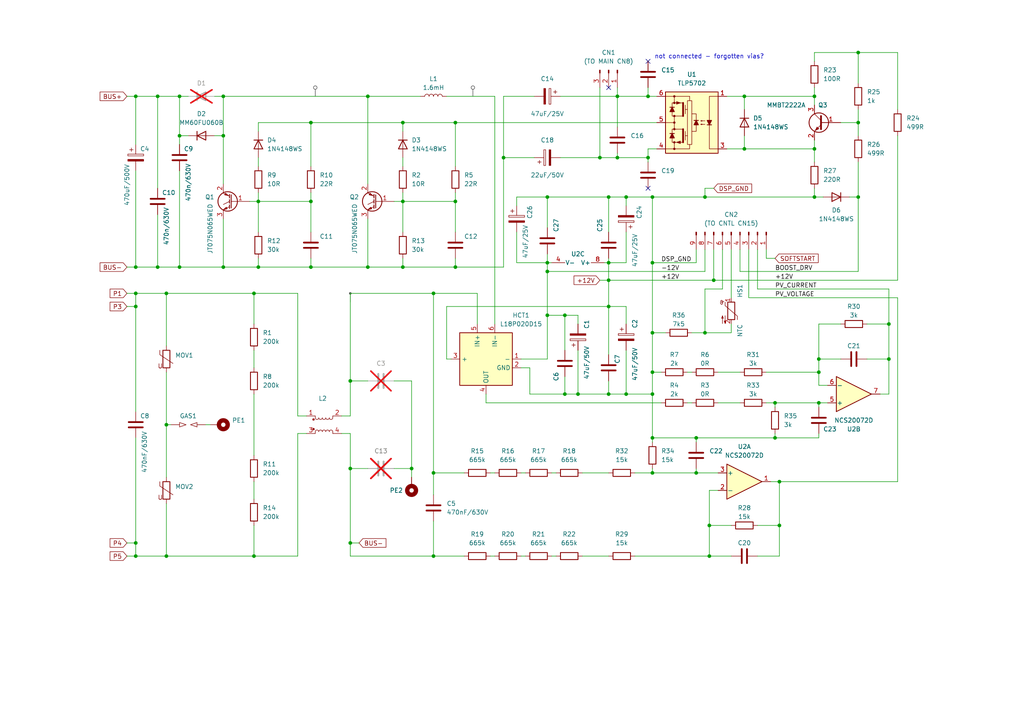
<source format=kicad_sch>
(kicad_sch (version 20250114) (generator "eeschema") (generator_version "9.0")
  (paper "A4")
  (title_block (title "Anern 10.2kW inverter - SCC board (1/2)") (comment 1 "Part of board no. 156-050113-00G(B)") (comment 2 "PV boost circuit"))
  (lib_symbols
    (symbol "Amplifier_Operational:NCS20072D" (pin_names (offset 0.127))
      (property "Reference" "U" (at 2.54 6.35 0))
      (property "Value" "NCS20072D" (at 2.54 3.81 0))
      (symbol "NCS20072D_1_1"
        (pin input line (at -7.62 2.54 0) (length 2.54) (name "+") (number "3"))
        (pin input line (at -7.62 -2.54 0) (length 2.54) (name "-") (number "2"))
        (pin output line (at 7.62 0 180) (length 2.54) (name "~") (number "1"))
      )
      (symbol "NCS20072D_2_1"
        (pin input line (at -7.62 2.54 0) (length 2.54) (name "+") (number "5"))
        (pin input line (at -7.62 -2.54 0) (length 2.54) (name "-") (number "6"))
        (pin output line (at 7.62 0 180) (length 2.54) (name "~") (number "7"))
      )
      (symbol "NCS20072D_3_1"
        (pin power_in line (at 0 7.62 270) (length 3.81) (name "V+") (number "8"))
        (pin power_in line (at 0 -7.62 90) (length 3.81) (name "V-") (number "4"))
      )
    )
    (symbol "Connector:Conn_01x03_Pin" (pin_names (offset 1.016) (hide yes))
      (property "Reference" "J" (at 0 5.08 0))
      (property "Value" "Conn_01x03_Pin" (at 0 -5.08 0))
      (symbol "Conn_01x03_Pin_1_1"
        (pin passive line (at 5.08 2.54 180) (length 3.81) (name "Pin_1") (number "1"))
        (pin passive line (at 5.08 0 180) (length 3.81) (name "Pin_2") (number "2"))
        (pin passive line (at 5.08 -2.54 180) (length 3.81) (name "Pin_3") (number "3"))
      )
    )
    (symbol "Connector:Conn_01x09_Pin" (pin_names (offset 1.016) (hide yes))
      (property "Reference" "J" (at 0 12.7 0))
      (property "Value" "Conn_01x09_Pin" (at 0 -12.7 0))
      (symbol "Conn_01x09_Pin_1_1"
        (pin passive line (at 5.08 10.16 180) (length 3.81) (name "Pin_1") (number "1"))
        (pin passive line (at 5.08 7.62 180) (length 3.81) (name "Pin_2") (number "2"))
        (pin passive line (at 5.08 5.08 180) (length 3.81) (name "Pin_3") (number "3"))
        (pin passive line (at 5.08 2.54 180) (length 3.81) (name "Pin_4") (number "4"))
        (pin passive line (at 5.08 0 180) (length 3.81) (name "Pin_5") (number "5"))
        (pin passive line (at 5.08 -2.54 180) (length 3.81) (name "Pin_6") (number "6"))
        (pin passive line (at 5.08 -5.08 180) (length 3.81) (name "Pin_7") (number "7"))
        (pin passive line (at 5.08 -7.62 180) (length 3.81) (name "Pin_8") (number "8"))
        (pin passive line (at 5.08 -10.16 180) (length 3.81) (name "Pin_9") (number "9"))
      )
    )
    (symbol "Device:C" (pin_numbers (hide yes)) (pin_names (offset 0.254))
      (property "Reference" "C" (at 0.635 2.54 0))
      (property "Value" "C" (at 0.635 -2.54 0))
      (symbol "C_1_1"
        (pin passive line (at 0 3.81 270) (length 2.794) (name "~") (number "1"))
        (pin passive line (at 0 -3.81 90) (length 2.794) (name "~") (number "2"))
      )
    )
    (symbol "Device:C_Polarized" (pin_numbers (hide yes)) (pin_names (offset 0.254))
      (property "Reference" "C" (at 0.635 2.54 0))
      (property "Value" "C_Polarized" (at 0.635 -2.54 0))
      (symbol "C_Polarized_1_1"
        (pin passive line (at 0 3.81 270) (length 2.794) (name "~") (number "1"))
        (pin passive line (at 0 -3.81 90) (length 2.794) (name "~") (number "2"))
      )
    )
    (symbol "Device:D" (pin_numbers (hide yes)) (pin_names (offset 1.016) (hide yes))
      (property "Reference" "D" (at 0 2.54 0))
      (property "Value" "D" (at 0 -2.54 0))
      (symbol "D_1_1"
        (pin passive line (at -3.81 0 0) (length 2.54) (name "K") (number "1"))
        (pin passive line (at 3.81 0 180) (length 2.54) (name "A") (number "2"))
      )
    )
    (symbol "Device:L" (pin_numbers (hide yes)) (pin_names (offset 1.016) (hide yes))
      (property "Reference" "L" (at -1.27 0 90))
      (property "Value" "L" (at 1.905 0 90))
      (symbol "L_1_1"
        (pin passive line (at 0 3.81 270) (length 1.27) (name "1") (number "1"))
        (pin passive line (at 0 -3.81 90) (length 1.27) (name "2") (number "2"))
      )
    )
    (symbol "Device:L_Coupled" (pin_names (offset 0.254) (hide yes))
      (property "Reference" "L" (at 0 4.445 0))
      (property "Value" "L_Coupled" (at 0 -4.445 0))
      (symbol "L_Coupled_1_1"
        (pin passive line (at -5.08 2.54 0) (length 2.54) (name "1") (number "1"))
        (pin passive line (at -5.08 -2.54 0) (length 2.54) (name "3") (number "3"))
        (pin passive line (at 5.08 2.54 180) (length 2.54) (name "2") (number "2"))
        (pin passive line (at 5.08 -2.54 180) (length 2.54) (name "4") (number "4"))
      )
    )
    (symbol "Device:Q_NIGBT_GCE" (pin_names (offset 0) (hide yes))
      (property "Reference" "Q" (at 5.08 1.27 0))
      (property "Value" "Q_NIGBT_GCE" (at 5.08 -1.27 0))
      (symbol "Q_NIGBT_GCE_1_1"
        (pin input line (at -5.08 0 0) (length 5.334) (name "G") (number "1"))
        (pin passive line (at 2.54 5.08 270) (length 2.54) (name "C") (number "2"))
        (pin passive line (at 2.54 -5.08 90) (length 2.54) (name "E") (number "3"))
      )
    )
    (symbol "Device:R" (pin_numbers (hide yes)) (pin_names (offset 0))
      (property "Reference" "R" (at 2.032 0 90))
      (property "Value" "R" (at 0 0 90))
      (symbol "R_1_1"
        (pin passive line (at 0 3.81 270) (length 1.27) (name "~") (number "1"))
        (pin passive line (at 0 -3.81 90) (length 1.27) (name "~") (number "2"))
      )
    )
    (symbol "Device:SparkGap" (pin_numbers (hide yes)) (pin_names (offset 0))
      (property "Reference" "E" (at 0 2.032 0))
      (property "Value" "SparkGap" (at 0 -1.905 0))
      (symbol "SparkGap_1_1"
        (pin passive line (at -5.08 0 0) (length 2.54) (name "~") (number "1"))
        (pin passive line (at 5.08 0 180) (length 2.54) (name "~") (number "2"))
      )
    )
    (symbol "Device:Thermistor_NTC" (pin_names (offset 0))
      (property "Reference" "TH" (at -4.445 0 90))
      (property "Value" "Thermistor_NTC" (at 3.175 0 90))
      (symbol "Thermistor_NTC_1_1"
        (pin passive line (at 0 3.81 270) (length 1.27) (name "~") (number "1"))
        (pin passive line (at 0 -3.81 90) (length 1.27) (name "~") (number "2"))
      )
    )
    (symbol "Device:Varistor" (pin_numbers (hide yes)) (pin_names (offset 0))
      (property "Reference" "RV" (at 3.175 0 90))
      (property "Value" "Varistor" (at -3.175 0 90))
      (symbol "Varistor_0_0"
        (text "U" (at -1.778 -2.032 0) (effects (font (size 1.27 1.27))))
      )
      (symbol "Varistor_1_1"
        (pin passive line (at 0 3.81 270) (length 1.27) (name "~") (number "1"))
        (pin passive line (at 0 -3.81 90) (length 1.27) (name "~") (number "2"))
      )
    )
    (symbol "Driver_FET:ACPL-P343" (pin_names (hide yes))
      (property "Reference" "U" (at 0 12.7 0))
      (property "Value" "ACPL-P343" (at 0 10.16 0))
      (symbol "ACPL-P343_1_1"
        (pin passive line (at -10.16 7.62 0) (length 2.54) (name "A") (number "1"))
        (pin passive line (at -10.16 -7.62 0) (length 2.54) (name "C") (number "3"))
        (pin no_connect line (at -7.62 0 0) (length 2.54) (hide yes) (name "NC") (number "2"))
        (pin power_in line (at 10.16 7.62 180) (length 2.54) (name "VCC") (number "6"))
        (pin output line (at 10.16 0 180) (length 2.54) (name "VO") (number "5"))
        (pin power_in line (at 10.16 -7.62 180) (length 2.54) (name "VEE") (number "4"))
      )
    )
    (symbol "Mechanical:MountingHole_Pad" (pin_numbers (hide yes)) (pin_names (offset 1.016) (hide yes)) (exclude_from_sim yes) (in_bom no)
      (property "Reference" "H" (at 0 6.35 0))
      (property "Value" "MountingHole_Pad" (at 0 4.445 0))
      (symbol "MountingHole_Pad_1_1"
        (pin input line (at 0 -2.54 90) (length 2.54) (name "1") (number "1"))
      )
    )
    (symbol "Sensor_Current:HX02-P"
      (property "Reference" "U" (at -5.08 8.89 0))
      (property "Value" "HX02-P" (at 10.16 8.89 0))
      (symbol "HX02-P_1_1"
        (pin passive line (at -10.16 2.54 0) (length 2.54) (name "IN+") (number "5"))
        (pin passive line (at -10.16 -2.54 0) (length 2.54) (name "IN-") (number "6"))
        (pin power_in line (at 0 10.16 270) (length 2.54) (name "+") (number "3"))
        (pin power_in line (at 0 -10.16 90) (length 2.54) (name "-") (number "1"))
        (pin power_in line (at 2.54 -10.16 90) (length 2.54) (name "GND") (number "2"))
        (pin output line (at 10.16 0 180) (length 2.54) (name "OUT") (number "4"))
      )
    )
    (symbol "Transistor_BJT:MMBT2222A" (pin_names (offset 0) (hide yes))
      (property "Reference" "Q" (at 5.08 1.905 0))
      (property "Value" "MMBT2222A" (at 5.08 0 0))
      (symbol "MMBT2222A_1_1"
        (pin input line (at -5.08 0 0) (length 5.715) (name "B") (number "1"))
        (pin passive line (at 2.54 5.08 270) (length 2.54) (name "C") (number "3"))
        (pin passive line (at 2.54 -5.08 90) (length 2.54) (name "E") (number "2"))
      )
    )
  )
  (text "not connected - forgotten vias?" (at 205.74 16.51 0) (effects (font (size 1.27 1.27))))
  (junction (at 226.06 152.4))
  (junction (at 39.37 88.9))
  (junction (at 187.96 27.94))
  (junction (at 179.07 27.94))
  (junction (at 73.66 161.29))
  (junction (at 106.68 77.47))
  (junction (at 204.47 96.52))
  (junction (at 116.84 35.56))
  (junction (at 64.77 27.94))
  (junction (at 125.73 137.16))
  (junction (at 201.93 137.16))
  (junction (at 179.07 45.72))
  (junction (at 176.53 81.28))
  (junction (at 201.93 127))
  (junction (at 207.01 81.28))
  (junction (at 237.49 116.84))
  (junction (at 74.93 58.42))
  (junction (at 74.93 77.47))
  (junction (at 236.22 57.15))
  (junction (at 173.99 45.72))
  (junction (at 158.75 78.74))
  (junction (at 176.53 88.9))
  (junction (at 257.81 104.14))
  (junction (at 39.37 27.94))
  (junction (at 163.83 91.44))
  (junction (at 39.37 161.29))
  (junction (at 215.9 43.18))
  (junction (at 45.72 77.47))
  (junction (at 48.26 85.09))
  (junction (at 204.47 57.15))
  (junction (at 226.06 139.7))
  (junction (at 189.23 137.16))
  (junction (at 189.23 127))
  (junction (at 132.08 58.42))
  (junction (at 45.72 27.94))
  (junction (at 106.68 27.94))
  (junction (at 48.26 123.19))
  (junction (at 125.73 161.29))
  (junction (at 189.23 76.2))
  (junction (at 39.37 77.47))
  (junction (at 236.22 27.94))
  (junction (at 176.53 114.3))
  (junction (at 163.83 114.3))
  (junction (at 101.6 157.48))
  (junction (at 90.17 77.47))
  (junction (at 132.08 35.56))
  (junction (at 39.37 85.09))
  (junction (at 205.74 152.4))
  (junction (at 101.6 110.49))
  (junction (at 248.92 57.15))
  (junction (at 146.05 45.72))
  (junction (at 167.64 114.3))
  (junction (at 224.79 127))
  (junction (at 158.75 91.44))
  (junction (at 176.53 76.2))
  (junction (at 189.23 57.15))
  (junction (at 237.49 107.95))
  (junction (at 52.07 77.47))
  (junction (at 248.92 35.56))
  (junction (at 248.92 15.24))
  (junction (at 119.38 135.89))
  (junction (at 236.22 43.18))
  (junction (at 64.77 77.47))
  (junction (at 48.26 161.29))
  (junction (at 90.17 58.42))
  (junction (at 158.75 57.15))
  (junction (at 64.77 39.37))
  (junction (at 39.37 157.48))
  (junction (at 90.17 35.56))
  (junction (at 52.07 27.94))
  (junction (at 189.23 114.3))
  (junction (at 215.9 27.94))
  (junction (at 224.79 116.84))
  (junction (at 116.84 58.42))
  (junction (at 181.61 57.15))
  (junction (at 52.07 39.37))
  (junction (at 101.6 135.89))
  (junction (at 205.74 161.29))
  (junction (at 181.61 114.3))
  (junction (at 132.08 77.47))
  (junction (at 158.75 76.2))
  (junction (at 237.49 104.14))
  (junction (at 189.23 96.52))
  (junction (at 257.81 93.98))
  (junction (at 176.53 57.15))
  (junction (at 73.66 85.09))
  (junction (at 189.23 107.95))
  (junction (at 125.73 85.09))
  (junction (at 116.84 77.47))
  (junction (at 187.96 45.72))
  (no_connect (at 187.96 17.78))
  (no_connect (at 187.96 54.61))
  (no_connect (at 176.53 25.4))
  (wire (pts (xy 176.53 57.15) (xy 181.61 57.15)))
  (wire (pts (xy 237.49 93.98) (xy 237.49 104.14)))
  (wire (pts (xy 181.61 57.15) (xy 181.61 59.69)))
  (wire (pts (xy 212.09 161.29) (xy 205.74 161.29)))
  (wire (pts (xy 151.13 137.16) (xy 152.4 137.16)))
  (wire (pts (xy 158.75 91.44) (xy 158.75 104.14)))
  (wire (pts (xy 48.26 146.05) (xy 48.26 161.29)))
  (wire (pts (xy 204.47 83.82) (xy 204.47 96.52)))
  (wire (pts (xy 251.46 104.14) (xy 257.81 104.14)))
  (wire (pts (xy 207.01 81.28) (xy 260.35 81.28)))
  (wire (pts (xy 146.05 27.94) (xy 146.05 45.72)))
  (wire (pts (xy 74.93 55.88) (xy 74.93 58.42)))
  (wire (pts (xy 59.69 123.19) (xy 60.96 123.19)))
  (wire (pts (xy 73.66 85.09) (xy 73.66 93.98)))
  (wire (pts (xy 116.84 45.72) (xy 116.84 48.26)))
  (wire (pts (xy 90.17 74.93) (xy 90.17 77.47)))
  (wire (pts (xy 204.47 54.61) (xy 204.47 57.15)))
  (wire (pts (xy 39.37 49.53) (xy 39.37 77.47)))
  (wire (pts (xy 86.36 161.29) (xy 73.66 161.29)))
  (wire (pts (xy 116.84 55.88) (xy 116.84 58.42)))
  (wire (pts (xy 255.27 114.3) (xy 257.81 114.3)))
  (wire (pts (xy 260.35 139.7) (xy 226.06 139.7)))
  (wire (pts (xy 125.73 137.16) (xy 125.73 85.09)))
  (wire (pts (xy 132.08 77.47) (xy 116.84 77.47)))
  (wire (pts (xy 163.83 91.44) (xy 158.75 91.44)))
  (wire (pts (xy 236.22 27.94) (xy 236.22 30.48)))
  (wire (pts (xy 226.06 161.29) (xy 226.06 152.4)))
  (wire (pts (xy 73.66 85.09) (xy 48.26 85.09)))
  (wire (pts (xy 52.07 27.94) (xy 54.61 27.94)))
  (wire (pts (xy 175.26 76.2) (xy 176.53 76.2)))
  (wire (pts (xy 138.43 85.09) (xy 125.73 85.09)))
  (wire (pts (xy 173.99 81.28) (xy 176.53 81.28)))
  (wire (pts (xy 219.71 152.4) (xy 226.06 152.4)))
  (wire (pts (xy 114.3 110.49) (xy 119.38 110.49)))
  (wire (pts (xy 151.13 106.68) (xy 153.67 106.68)))
  (wire (pts (xy 101.6 110.49) (xy 106.68 110.49)))
  (wire (pts (xy 125.73 143.51) (xy 125.73 137.16)))
  (wire (pts (xy 248.92 31.75) (xy 248.92 35.56)))
  (wire (pts (xy 52.07 39.37) (xy 52.07 27.94)))
  (wire (pts (xy 39.37 27.94) (xy 39.37 41.91)))
  (wire (pts (xy 146.05 45.72) (xy 146.05 77.47)))
  (wire (pts (xy 74.93 38.1) (xy 74.93 35.56)))
  (wire (pts (xy 237.49 125.73) (xy 237.49 127)))
  (wire (pts (xy 204.47 96.52) (xy 212.09 96.52)))
  (wire (pts (xy 187.96 45.72) (xy 187.96 46.99)))
  (wire (pts (xy 167.64 91.44) (xy 163.83 91.44)))
  (wire (pts (xy 224.79 116.84) (xy 224.79 118.11)))
  (wire (pts (xy 257.81 83.82) (xy 257.81 93.98)))
  (wire (pts (xy 168.91 137.16) (xy 176.53 137.16)))
  (wire (pts (xy 101.6 157.48) (xy 104.14 157.48)))
  (wire (pts (xy 99.06 125.73) (xy 101.6 125.73)))
  (wire (pts (xy 176.53 81.28) (xy 207.01 81.28)))
  (wire (pts (xy 187.96 25.4) (xy 187.96 27.94)))
  (wire (pts (xy 222.25 72.39) (xy 222.25 74.93)))
  (wire (pts (xy 224.79 125.73) (xy 224.79 127)))
  (wire (pts (xy 52.07 77.47) (xy 45.72 77.47)))
  (wire (pts (xy 224.79 127) (xy 237.49 127)))
  (wire (pts (xy 101.6 157.48) (xy 101.6 135.89)))
  (wire (pts (xy 101.6 161.29) (xy 101.6 157.48)))
  (wire (pts (xy 184.15 137.16) (xy 189.23 137.16)))
  (wire (pts (xy 48.26 107.95) (xy 48.26 123.19)))
  (wire (pts (xy 143.51 27.94) (xy 143.51 93.98)))
  (wire (pts (xy 158.75 73.66) (xy 158.75 76.2)))
  (wire (pts (xy 205.74 152.4) (xy 205.74 142.24)))
  (wire (pts (xy 237.49 116.84) (xy 237.49 118.11)))
  (wire (pts (xy 73.66 152.4) (xy 73.66 161.29)))
  (wire (pts (xy 179.07 36.83) (xy 179.07 27.94)))
  (wire (pts (xy 48.26 123.19) (xy 49.53 123.19)))
  (wire (pts (xy 158.75 78.74) (xy 204.47 78.74)))
  (wire (pts (xy 116.84 58.42) (xy 116.84 67.31)))
  (wire (pts (xy 204.47 57.15) (xy 236.22 57.15)))
  (wire (pts (xy 132.08 74.93) (xy 132.08 77.47)))
  (wire (pts (xy 162.56 27.94) (xy 179.07 27.94)))
  (wire (pts (xy 132.08 58.42) (xy 116.84 58.42)))
  (wire (pts (xy 151.13 104.14) (xy 158.75 104.14)))
  (wire (pts (xy 201.93 137.16) (xy 208.28 137.16)))
  (wire (pts (xy 163.83 91.44) (xy 163.83 101.6)))
  (wire (pts (xy 257.81 114.3) (xy 257.81 104.14)))
  (wire (pts (xy 210.82 43.18) (xy 215.9 43.18)))
  (wire (pts (xy 215.9 27.94) (xy 210.82 27.94)))
  (wire (pts (xy 207.01 54.61) (xy 204.47 54.61)))
  (wire (pts (xy 257.81 104.14) (xy 257.81 93.98)))
  (wire (pts (xy 48.26 161.29) (xy 39.37 161.29)))
  (wire (pts (xy 176.53 57.15) (xy 176.53 67.31)))
  (wire (pts (xy 236.22 25.4) (xy 236.22 27.94)))
  (wire (pts (xy 116.84 74.93) (xy 116.84 77.47)))
  (wire (pts (xy 101.6 120.65) (xy 101.6 110.49)))
  (wire (pts (xy 73.66 139.7) (xy 73.66 144.78)))
  (wire (pts (xy 39.37 127) (xy 39.37 157.48)))
  (wire (pts (xy 167.64 101.6) (xy 167.64 114.3)))
  (wire (pts (xy 129.54 27.94) (xy 143.51 27.94)))
  (wire (pts (xy 226.06 139.7) (xy 223.52 139.7)))
  (wire (pts (xy 237.49 107.95) (xy 222.25 107.95)))
  (wire (pts (xy 189.23 96.52) (xy 193.04 96.52)))
  (wire (pts (xy 176.53 76.2) (xy 176.53 81.28)))
  (wire (pts (xy 201.93 72.39) (xy 201.93 76.2)))
  (wire (pts (xy 74.93 77.47) (xy 64.77 77.47)))
  (wire (pts (xy 212.09 93.98) (xy 212.09 96.52)))
  (wire (pts (xy 39.37 88.9) (xy 39.37 119.38)))
  (wire (pts (xy 181.61 88.9) (xy 176.53 88.9)))
  (wire (pts (xy 215.9 27.94) (xy 236.22 27.94)))
  (wire (pts (xy 215.9 27.94) (xy 215.9 31.75)))
  (wire (pts (xy 154.94 27.94) (xy 146.05 27.94)))
  (wire (pts (xy 251.46 93.98) (xy 257.81 93.98)))
  (wire (pts (xy 201.93 127) (xy 189.23 127)))
  (wire (pts (xy 209.55 83.82) (xy 204.47 83.82)))
  (wire (pts (xy 45.72 27.94) (xy 52.07 27.94)))
  (wire (pts (xy 201.93 128.27) (xy 201.93 127)))
  (wire (pts (xy 90.17 35.56) (xy 116.84 35.56)))
  (wire (pts (xy 64.77 39.37) (xy 64.77 53.34)))
  (wire (pts (xy 217.17 72.39) (xy 217.17 86.36)))
  (wire (pts (xy 236.22 57.15) (xy 238.76 57.15)))
  (wire (pts (xy 191.77 116.84) (xy 140.97 116.84)))
  (wire (pts (xy 199.39 116.84) (xy 200.66 116.84)))
  (wire (pts (xy 201.93 135.89) (xy 201.93 137.16)))
  (wire (pts (xy 248.92 78.74) (xy 248.92 57.15)))
  (wire (pts (xy 187.96 43.18) (xy 187.96 45.72)))
  (wire (pts (xy 140.97 116.84) (xy 140.97 114.3)))
  (wire (pts (xy 64.77 27.94) (xy 64.77 39.37)))
  (wire (pts (xy 153.67 106.68) (xy 153.67 114.3)))
  (wire (pts (xy 179.07 45.72) (xy 187.96 45.72)))
  (wire (pts (xy 132.08 35.56) (xy 132.08 48.26)))
  (wire (pts (xy 214.63 78.74) (xy 248.92 78.74)))
  (wire (pts (xy 45.72 62.23) (xy 45.72 77.47)))
  (wire (pts (xy 74.93 58.42) (xy 90.17 58.42)))
  (wire (pts (xy 189.23 135.89) (xy 189.23 137.16)))
  (wire (pts (xy 101.6 135.89) (xy 106.68 135.89)))
  (wire (pts (xy 205.74 161.29) (xy 205.74 152.4)))
  (wire (pts (xy 173.99 45.72) (xy 179.07 45.72)))
  (wire (pts (xy 153.67 114.3) (xy 163.83 114.3)))
  (wire (pts (xy 36.83 27.94) (xy 39.37 27.94)))
  (wire (pts (xy 181.61 114.3) (xy 189.23 114.3)))
  (wire (pts (xy 160.02 76.2) (xy 158.75 76.2)))
  (wire (pts (xy 158.75 76.2) (xy 149.86 76.2)))
  (wire (pts (xy 48.26 100.33) (xy 48.26 85.09)))
  (wire (pts (xy 158.75 78.74) (xy 158.75 91.44)))
  (wire (pts (xy 129.54 88.9) (xy 176.53 88.9)))
  (wire (pts (xy 39.37 85.09) (xy 36.83 85.09)))
  (wire (pts (xy 214.63 72.39) (xy 214.63 78.74)))
  (wire (pts (xy 215.9 39.37) (xy 215.9 43.18)))
  (wire (pts (xy 74.93 58.42) (xy 74.93 67.31)))
  (wire (pts (xy 64.77 63.5) (xy 64.77 77.47)))
  (wire (pts (xy 149.86 57.15) (xy 149.86 59.69)))
  (wire (pts (xy 199.39 107.95) (xy 200.66 107.95)))
  (wire (pts (xy 248.92 46.99) (xy 248.92 57.15)))
  (wire (pts (xy 86.36 85.09) (xy 73.66 85.09)))
  (wire (pts (xy 163.83 114.3) (xy 167.64 114.3)))
  (wire (pts (xy 158.75 57.15) (xy 176.53 57.15)))
  (wire (pts (xy 106.68 27.94) (xy 64.77 27.94)))
  (wire (pts (xy 200.66 96.52) (xy 204.47 96.52)))
  (wire (pts (xy 243.84 104.14) (xy 237.49 104.14)))
  (wire (pts (xy 39.37 27.94) (xy 45.72 27.94)))
  (wire (pts (xy 125.73 137.16) (xy 134.62 137.16)))
  (wire (pts (xy 39.37 77.47) (xy 45.72 77.47)))
  (wire (pts (xy 204.47 72.39) (xy 204.47 78.74)))
  (wire (pts (xy 248.92 15.24) (xy 248.92 24.13)))
  (wire (pts (xy 189.23 127) (xy 189.23 128.27)))
  (wire (pts (xy 74.93 77.47) (xy 90.17 77.47)))
  (wire (pts (xy 168.91 161.29) (xy 176.53 161.29)))
  (wire (pts (xy 236.22 17.78) (xy 236.22 15.24)))
  (wire (pts (xy 130.81 104.14) (xy 129.54 104.14)))
  (wire (pts (xy 237.49 107.95) (xy 237.49 111.76)))
  (wire (pts (xy 226.06 139.7) (xy 226.06 152.4)))
  (wire (pts (xy 74.93 35.56) (xy 90.17 35.56)))
  (wire (pts (xy 217.17 86.36) (xy 260.35 86.36)))
  (wire (pts (xy 142.24 137.16) (xy 143.51 137.16)))
  (wire (pts (xy 167.64 114.3) (xy 176.53 114.3)))
  (wire (pts (xy 129.54 104.14) (xy 129.54 88.9)))
  (wire (pts (xy 116.84 35.56) (xy 132.08 35.56)))
  (wire (pts (xy 119.38 110.49) (xy 119.38 135.89)))
  (wire (pts (xy 54.61 39.37) (xy 52.07 39.37)))
  (wire (pts (xy 39.37 161.29) (xy 36.83 161.29)))
  (wire (pts (xy 176.53 114.3) (xy 181.61 114.3)))
  (wire (pts (xy 236.22 15.24) (xy 248.92 15.24)))
  (wire (pts (xy 181.61 101.6) (xy 181.61 114.3)))
  (wire (pts (xy 163.83 109.22) (xy 163.83 114.3)))
  (wire (pts (xy 88.9 125.73) (xy 86.36 125.73)))
  (wire (pts (xy 219.71 161.29) (xy 226.06 161.29)))
  (wire (pts (xy 246.38 57.15) (xy 248.92 57.15)))
  (wire (pts (xy 222.25 116.84) (xy 224.79 116.84)))
  (wire (pts (xy 237.49 104.14) (xy 237.49 107.95)))
  (wire (pts (xy 138.43 93.98) (xy 138.43 85.09)))
  (wire (pts (xy 106.68 27.94) (xy 121.92 27.94)))
  (wire (pts (xy 62.23 27.94) (xy 64.77 27.94)))
  (wire (pts (xy 209.55 72.39) (xy 209.55 83.82)))
  (wire (pts (xy 119.38 135.89) (xy 119.38 138.43)))
  (wire (pts (xy 101.6 125.73) (xy 101.6 135.89)))
  (wire (pts (xy 243.84 35.56) (xy 248.92 35.56)))
  (wire (pts (xy 146.05 77.47) (xy 132.08 77.47)))
  (wire (pts (xy 224.79 116.84) (xy 237.49 116.84)))
  (wire (pts (xy 212.09 152.4) (xy 205.74 152.4)))
  (wire (pts (xy 146.05 45.72) (xy 154.94 45.72)))
  (wire (pts (xy 125.73 161.29) (xy 134.62 161.29)))
  (wire (pts (xy 208.28 107.95) (xy 214.63 107.95)))
  (wire (pts (xy 190.5 27.94) (xy 187.96 27.94)))
  (wire (pts (xy 125.73 85.09) (xy 101.6 85.09)))
  (wire (pts (xy 52.07 39.37) (xy 52.07 41.91)))
  (wire (pts (xy 99.06 120.65) (xy 101.6 120.65)))
  (wire (pts (xy 208.28 116.84) (xy 214.63 116.84)))
  (wire (pts (xy 237.49 111.76) (xy 240.03 111.76)))
  (wire (pts (xy 181.61 76.2) (xy 176.53 76.2)))
  (wire (pts (xy 101.6 85.09) (xy 101.6 110.49)))
  (wire (pts (xy 125.73 161.29) (xy 101.6 161.29)))
  (wire (pts (xy 106.68 77.47) (xy 90.17 77.47)))
  (wire (pts (xy 39.37 157.48) (xy 39.37 161.29)))
  (wire (pts (xy 189.23 96.52) (xy 189.23 107.95)))
  (wire (pts (xy 179.07 25.4) (xy 179.07 27.94)))
  (wire (pts (xy 52.07 49.53) (xy 52.07 77.47)))
  (wire (pts (xy 158.75 66.04) (xy 158.75 57.15)))
  (wire (pts (xy 176.53 102.87) (xy 176.53 88.9)))
  (wire (pts (xy 173.99 25.4) (xy 173.99 45.72)))
  (wire (pts (xy 160.02 137.16) (xy 161.29 137.16)))
  (wire (pts (xy 215.9 43.18) (xy 236.22 43.18)))
  (wire (pts (xy 160.02 161.29) (xy 161.29 161.29)))
  (wire (pts (xy 73.66 114.3) (xy 73.66 132.08)))
  (wire (pts (xy 162.56 45.72) (xy 173.99 45.72)))
  (wire (pts (xy 48.26 85.09) (xy 39.37 85.09)))
  (wire (pts (xy 132.08 35.56) (xy 190.5 35.56)))
  (wire (pts (xy 189.23 107.95) (xy 189.23 114.3)))
  (wire (pts (xy 219.71 72.39) (xy 219.71 83.82)))
  (wire (pts (xy 74.93 45.72) (xy 74.93 48.26)))
  (wire (pts (xy 176.53 81.28) (xy 176.53 88.9)))
  (wire (pts (xy 86.36 125.73) (xy 86.36 161.29)))
  (wire (pts (xy 106.68 77.47) (xy 116.84 77.47)))
  (wire (pts (xy 189.23 137.16) (xy 201.93 137.16)))
  (wire (pts (xy 72.39 58.42) (xy 74.93 58.42)))
  (wire (pts (xy 179.07 44.45) (xy 179.07 45.72)))
  (wire (pts (xy 62.23 39.37) (xy 64.77 39.37)))
  (wire (pts (xy 90.17 55.88) (xy 90.17 58.42)))
  (wire (pts (xy 260.35 86.36) (xy 260.35 139.7)))
  (wire (pts (xy 189.23 57.15) (xy 204.47 57.15)))
  (wire (pts (xy 260.35 39.37) (xy 260.35 81.28)))
  (wire (pts (xy 73.66 101.6) (xy 73.66 106.68)))
  (wire (pts (xy 190.5 43.18) (xy 187.96 43.18)))
  (wire (pts (xy 88.9 120.65) (xy 86.36 120.65)))
  (wire (pts (xy 181.61 57.15) (xy 189.23 57.15)))
  (wire (pts (xy 207.01 72.39) (xy 207.01 81.28)))
  (wire (pts (xy 219.71 83.82) (xy 257.81 83.82)))
  (wire (pts (xy 36.83 88.9) (xy 39.37 88.9)))
  (wire (pts (xy 237.49 116.84) (xy 240.03 116.84)))
  (wire (pts (xy 205.74 142.24) (xy 208.28 142.24)))
  (wire (pts (xy 224.79 127) (xy 201.93 127)))
  (wire (pts (xy 64.77 77.47) (xy 52.07 77.47)))
  (wire (pts (xy 212.09 72.39) (xy 212.09 86.36)))
  (wire (pts (xy 184.15 161.29) (xy 205.74 161.29)))
  (wire (pts (xy 189.23 57.15) (xy 189.23 76.2)))
  (wire (pts (xy 39.37 77.47) (xy 36.83 77.47)))
  (wire (pts (xy 39.37 88.9) (xy 39.37 85.09)))
  (wire (pts (xy 181.61 88.9) (xy 181.61 93.98)))
  (wire (pts (xy 132.08 67.31) (xy 132.08 58.42)))
  (wire (pts (xy 248.92 35.56) (xy 248.92 39.37)))
  (wire (pts (xy 149.86 67.31) (xy 149.86 76.2)))
  (wire (pts (xy 114.3 135.89) (xy 119.38 135.89)))
  (wire (pts (xy 151.13 161.29) (xy 152.4 161.29)))
  (wire (pts (xy 158.75 57.15) (xy 149.86 57.15)))
  (wire (pts (xy 90.17 35.56) (xy 90.17 48.26)))
  (wire (pts (xy 179.07 27.94) (xy 187.96 27.94)))
  (wire (pts (xy 181.61 67.31) (xy 181.61 76.2)))
  (wire (pts (xy 158.75 76.2) (xy 158.75 78.74)))
  (wire (pts (xy 201.93 76.2) (xy 189.23 76.2)))
  (wire (pts (xy 176.53 110.49) (xy 176.53 114.3)))
  (wire (pts (xy 116.84 38.1) (xy 116.84 35.56)))
  (wire (pts (xy 142.24 161.29) (xy 143.51 161.29)))
  (wire (pts (xy 114.3 58.42) (xy 116.84 58.42)))
  (wire (pts (xy 167.64 93.98) (xy 167.64 91.44)))
  (wire (pts (xy 125.73 151.13) (xy 125.73 161.29)))
  (wire (pts (xy 222.25 74.93) (xy 224.79 74.93)))
  (wire (pts (xy 189.23 76.2) (xy 189.23 96.52)))
  (wire (pts (xy 248.92 15.24) (xy 260.35 15.24)))
  (wire (pts (xy 236.22 43.18) (xy 236.22 46.99)))
  (wire (pts (xy 86.36 120.65) (xy 86.36 85.09)))
  (wire (pts (xy 132.08 55.88) (xy 132.08 58.42)))
  (wire (pts (xy 48.26 123.19) (xy 48.26 138.43)))
  (wire (pts (xy 106.68 63.5) (xy 106.68 77.47)))
  (wire (pts (xy 189.23 114.3) (xy 189.23 127)))
  (wire (pts (xy 176.53 74.93) (xy 176.53 76.2)))
  (wire (pts (xy 74.93 74.93) (xy 74.93 77.47)))
  (wire (pts (xy 236.22 40.64) (xy 236.22 43.18)))
  (wire (pts (xy 90.17 67.31) (xy 90.17 58.42)))
  (wire (pts (xy 260.35 15.24) (xy 260.35 31.75)))
  (wire (pts (xy 243.84 93.98) (xy 237.49 93.98)))
  (wire (pts (xy 45.72 27.94) (xy 45.72 54.61)))
  (wire (pts (xy 189.23 107.95) (xy 191.77 107.95)))
  (wire (pts (xy 236.22 54.61) (xy 236.22 57.15)))
  (wire (pts (xy 36.83 157.48) (xy 39.37 157.48)))
  (wire (pts (xy 106.68 53.34) (xy 106.68 27.94)))
  (wire (pts (xy 73.66 161.29) (xy 48.26 161.29)))
  (label "PV_VOLTAGE" (at 224.79 86.36 0))
  (label "-12V" (at 191.77 78.74 0))
  (label "BOOST_DRV" (at 224.79 78.74 0))
  (label "PV_CURRENT" (at 224.79 83.82 0))
  (label "DSP_GND" (at 191.77 76.2 0))
  (label "+12V" (at 191.77 81.28 0))
  (label "+12V" (at 224.79 81.28 0))
  (global_label "BUS+" (shape input) (at 36.83 27.94 180) (property "Intersheetrefs" "${INTERSHEET_REFS}" (effects (hide yes))))
  (global_label "DSP_GND" (shape input) (at 207.01 54.61 0) (property "Intersheetrefs" "${INTERSHEET_REFS}" (effects (hide yes))))
  (global_label "P1" (shape input) (at 36.83 85.09 180) (property "Intersheetrefs" "${INTERSHEET_REFS}" (effects (hide yes))))
  (global_label "BUS-" (shape input) (at 36.83 77.47 180) (property "Intersheetrefs" "${INTERSHEET_REFS}" (effects (hide yes))))
  (global_label "P5" (shape input) (at 36.83 161.29 180) (property "Intersheetrefs" "${INTERSHEET_REFS}" (effects (hide yes))))
  (global_label "SOFTSTART" (shape input) (at 224.79 74.93 0) (property "Intersheetrefs" "${INTERSHEET_REFS}" (effects (hide yes))))
  (global_label "+12V" (shape input) (at 173.99 81.28 180) (property "Intersheetrefs" "${INTERSHEET_REFS}" (effects (hide yes))))
  (global_label "BUS-" (shape input) (at 104.14 157.48 0) (property "Intersheetrefs" "${INTERSHEET_REFS}" (effects (hide yes))))
  (global_label "P3" (shape input) (at 36.83 88.9 180) (property "Intersheetrefs" "${INTERSHEET_REFS}" (effects (hide yes))))
  (global_label "P4" (shape input) (at 36.83 157.48 180) (property "Intersheetrefs" "${INTERSHEET_REFS}" (effects (hide yes))))
  (netclass_flag "" (length 2.54) (shape round) (at 91.44 27.94 0) (property "Netclass" "POWER+" (effects (hide yes))))
  (netclass_flag "" (length 2.54) (shape round) (at 137.16 27.94 0) (property "Netclass" "POWER+" (effects (hide yes))))
  (netclass_flag "" (length 2.54) (shape dot) (at 101.6 87.63 0) (property "Netclass" "POWER+" (effects (hide yes))))
  (symbol (lib_id "Device:D") (at 58.42 39.37 0) (unit 1)
    (property "Reference" "D2" (at 58.42 33.02 0))
    (property "Value" "MM60FU060B" (at 58.42 35.56 0))
    (property "Description" "Diode" (effects (hide yes)))
    (property "Sim.Device" "D" (effects (hide yes)))
    (property "Sim.Pins" "1=K 2=A" (effects (hide yes)))
  )
  (symbol (lib_id "Device:R") (at 196.85 96.52 90) (unit 1)
    (property "Reference" "R36" (at 196.85 91.44 90))
    (property "Value" "7k5" (at 196.85 93.98 90))
    (property "Description" "Resistor" (effects (hide yes)))
  )
  (symbol (lib_id "Device:D") (at 58.42 27.94 0) (unit 1) (dnp yes)
    (property "Reference" "D1" (at 58.42 24.13 0))
    (property "Value" "D" (effects (hide yes)))
    (property "Description" "Diode" (effects (hide yes)))
    (property "Sim.Device" "D" (effects (hide yes)))
    (property "Sim.Pins" "1=K 2=A" (effects (hide yes)))
  )
  (symbol (lib_id "Device:C") (at 158.75 69.85 180) (unit 1)
    (property "Reference" "C27" (at 161.29 67.31 90) (effects (justify right)))
    (property "Value" "C" (effects (hide yes)))
    (property "Description" "Unpolarized capacitor" (effects (hide yes)))
  )
  (symbol (lib_id "Device:R") (at 132.08 52.07 0) (unit 1)
    (property "Reference" "R5" (at 134.62 50.7999 0) (effects (justify left)))
    (property "Value" "22R" (at 134.62 53.3399 0) (effects (justify left)))
    (property "Description" "Resistor" (effects (hide yes)))
  )
  (symbol (lib_id "Device:R") (at 90.17 52.07 0) (unit 1)
    (property "Reference" "R10" (at 92.71 50.7999 0) (effects (justify left)))
    (property "Value" "22R" (at 92.71 53.3399 0) (effects (justify left)))
    (property "Description" "Resistor" (effects (hide yes)))
  )
  (symbol (lib_id "Device:D") (at 215.9 35.56 270) (unit 1)
    (property "Reference" "D5" (at 218.44 34.2899 90) (effects (justify left)))
    (property "Value" "1N4148WS" (at 218.44 36.8299 90) (effects (justify left)))
    (property "Description" "Diode" (effects (hide yes)))
    (property "Sim.Device" "D" (effects (hide yes)))
    (property "Sim.Pins" "1=K 2=A" (effects (hide yes)))
  )
  (symbol (lib_id "Device:C") (at 215.9 161.29 90) (unit 1)
    (property "Reference" "C20" (at 215.9 157.48 90))
    (property "Value" "C" (effects (hide yes)))
    (property "Description" "Unpolarized capacitor" (effects (hide yes)))
  )
  (symbol (lib_id "Device:R") (at 195.58 107.95 90) (unit 1)
    (property "Reference" "R7" (at 195.58 102.87 90))
    (property "Value" "2k" (at 195.58 105.41 90))
    (property "Description" "Resistor" (effects (hide yes)))
  )
  (symbol (lib_id "Device:R") (at 74.93 52.07 0) (unit 1)
    (property "Reference" "R9" (at 77.47 50.7999 0) (effects (justify left)))
    (property "Value" "10R" (at 77.47 53.3399 0) (effects (justify left)))
    (property "Description" "Resistor" (effects (hide yes)))
  )
  (symbol (lib_id "Device:Q_NIGBT_GCE") (at 67.31 58.42 0) (mirror y) (unit 1)
    (property "Reference" "Q1" (at 62.23 57.1499 0) (effects (justify left)))
    (property "Value" "JT075N065WED" (at 60.96 73.66 90) (effects (justify left)))
    (property "Description" "N-IGBT transistor, gate/collector/emitter" (effects (hide yes)))
  )
  (symbol (lib_id "Device:D") (at 74.93 41.91 270) (unit 1)
    (property "Reference" "D4" (at 77.47 40.6399 90) (effects (justify left)))
    (property "Value" "1N4148WS" (at 77.47 43.1799 90) (effects (justify left)))
    (property "Description" "Diode" (effects (hide yes)))
    (property "Sim.Device" "D" (effects (hide yes)))
    (property "Sim.Pins" "1=K 2=A" (effects (hide yes)))
  )
  (symbol (lib_id "Device:C_Polarized") (at 158.75 45.72 90) (unit 1)
    (property "Reference" "C18" (at 158.75 40.64 90))
    (property "Value" "22uF/50V" (at 158.75 50.8 90))
    (property "Description" "Polarized capacitor" (effects (hide yes)))
  )
  (symbol (lib_id "Device:Thermistor_NTC") (at 212.09 90.17 0) (unit 1)
    (property "Reference" "HS1" (at 214.63 86.36 90) (effects (justify left)))
    (property "Value" "NTC" (at 214.63 97.79 90) (effects (justify left)))
    (property "Description" "Temperature dependent resistor, negative temperature coefficient" (effects (hide yes)))
  )
  (symbol (lib_id "Device:Varistor") (at 48.26 104.14 0) (unit 1)
    (property "Reference" "MOV1" (at 50.8 103.0632 0) (effects (justify left)))
    (property "Value" "Varistor" (effects (hide yes)))
    (property "Description" "Voltage dependent resistor" (effects (hide yes)))
    (property "Sim.Name" "kicad_builtin_varistor" (effects (hide yes)))
    (property "Sim.Device" "SUBCKT" (effects (hide yes)))
    (property "Sim.Pins" "1=A 2=B" (effects (hide yes)))
    (property "Sim.Params" "threshold=1k" (effects (hide yes)))
    (property "Sim.Library" "${KICAD7_SYMBOL_DIR}/Simulation_SPICE.sp" (effects (hide yes)))
  )
  (symbol (lib_id "Device:R") (at 236.22 21.59 180) (unit 1)
    (property "Reference" "R23" (at 238.76 20.3199 0) (effects (justify right)))
    (property "Value" "100R" (at 238.76 22.8599 0) (effects (justify right)))
    (property "Description" "Resistor" (effects (hide yes)))
  )
  (symbol (lib_id "Device:R") (at 204.47 107.95 90) (unit 1)
    (property "Reference" "R6" (at 204.47 102.87 90))
    (property "Value" "0R" (at 204.47 105.41 90))
    (property "Description" "Resistor" (effects (hide yes)))
  )
  (symbol (lib_id "Amplifier_Operational:NCS20072D") (at 215.9 139.7 0) (unit 1)
    (property "Reference" "U2" (at 215.9 129.54 0))
    (property "Value" "NCS20072D" (at 215.9 132.08 0))
    (property "Footprint" "Package_SO:SOIC-8_3.9x4.9mm_P1.27mm" (effects (hide yes)))
    (property "Datasheet" "https://www.onsemi.com/pub/Collateral/NCS20071-D.PDF" (effects (hide yes)))
    (property "Description" "Dual, 2.8V/µs, Rail-to-Rail Output, SOIC-8" (effects (hide yes)))
  )
  (symbol (lib_id "Device:D") (at 242.57 57.15 180) (unit 1)
    (property "Reference" "D6" (at 242.57 60.96 0))
    (property "Value" "1N4148WS" (at 242.57 63.5 0))
    (property "Description" "Diode" (effects (hide yes)))
    (property "Sim.Device" "D" (effects (hide yes)))
    (property "Sim.Pins" "1=K 2=A" (effects (hide yes)))
  )
  (symbol (lib_id "Transistor_BJT:MMBT2222A") (at 238.76 35.56 0) (mirror y) (unit 1)
    (property "Reference" "Q3" (at 240.03 30.48 0) (effects (justify left)))
    (property "Value" "MMBT2222A" (at 233.68 30.48 0) (effects (justify left)))
    (property "Footprint" "Package_TO_SOT_SMD:SOT-23" (effects (hide yes)))
    (property "Datasheet" "https://assets.nexperia.com/documents/data-sheet/MMBT2222A.pdf" (effects (hide yes)))
    (property "Description" "600mA Ic, 40V Vce, NPN Transistor, SOT-23" (effects (hide yes)))
  )
  (symbol (lib_id "Device:C_Polarized") (at 167.64 97.79 0) (mirror x) (unit 1)
    (property "Reference" "C1" (at 170.18 92.71 90) (effects (justify left)))
    (property "Value" "47uF/50V" (at 170.18 100.33 90) (effects (justify left)))
    (property "Description" "Polarized capacitor" (effects (hide yes)))
  )
  (symbol (lib_id "Device:C") (at 201.93 132.08 0) (unit 1)
    (property "Reference" "C22" (at 205.74 130.8099 0) (effects (justify left)))
    (property "Value" "C" (effects (hide yes)))
    (property "Description" "Unpolarized capacitor" (effects (hide yes)))
  )
  (symbol (lib_id "Device:R") (at 147.32 137.16 90) (unit 1)
    (property "Reference" "R16" (at 147.32 130.81 90))
    (property "Value" "665k" (at 147.32 133.35 90))
    (property "Description" "Resistor" (effects (hide yes)))
  )
  (symbol (lib_id "Device:R") (at 156.21 161.29 90) (unit 1)
    (property "Reference" "R21" (at 156.21 154.94 90))
    (property "Value" "665k" (at 156.21 157.48 90))
    (property "Description" "Resistor" (effects (hide yes)))
  )
  (symbol (lib_id "Mechanical:MountingHole_Pad") (at 63.5 123.19 270) (unit 1) (in_bom no)
    (property "Reference" "PE1" (at 67.31 121.9199 90) (effects (justify left)))
    (property "Value" "MountingHole_Pad" (effects (hide yes)))
    (property "Description" "Mounting Hole with connection" (effects (hide yes)))
  )
  (symbol (lib_id "Connector:Conn_01x09_Pin") (at 212.09 67.31 270) (unit 1)
    (property "Reference" "CN2" (at 212.09 62.23 90))
    (property "Value" "(TO CNTL CN15)" (at 212.09 64.77 90))
    (property "Description" "Generic connector, single row, 01x09, script generated" (effects (hide yes)))
  )
  (symbol (lib_id "Amplifier_Operational:NCS20072D") (at 247.65 114.3 0) (mirror x) (unit 2)
    (property "Reference" "U2" (at 247.65 124.46 0))
    (property "Value" "NCS20072D" (at 247.65 121.92 0))
    (property "Footprint" "Package_SO:SOIC-8_3.9x4.9mm_P1.27mm" (effects (hide yes)))
    (property "Datasheet" "https://www.onsemi.com/pub/Collateral/NCS20071-D.PDF" (effects (hide yes)))
    (property "Description" "Dual, 2.8V/µs, Rail-to-Rail Output, SOIC-8" (effects (hide yes)))
  )
  (symbol (lib_id "Device:R") (at 147.32 161.29 90) (unit 1)
    (property "Reference" "R20" (at 147.32 154.94 90))
    (property "Value" "665k" (at 147.32 157.48 90))
    (property "Description" "Resistor" (effects (hide yes)))
  )
  (symbol (lib_id "Device:R") (at 218.44 116.84 90) (unit 1)
    (property "Reference" "R33" (at 218.44 111.76 90))
    (property "Value" "3k" (at 218.44 114.3 90))
    (property "Description" "Resistor" (effects (hide yes)))
  )
  (symbol (lib_id "Device:C") (at 125.73 147.32 0) (unit 1)
    (property "Reference" "C5" (at 129.54 146.0499 0) (effects (justify left)))
    (property "Value" "470nF/630V" (at 129.54 148.5899 0) (effects (justify left)))
    (property "Description" "Unpolarized capacitor" (effects (hide yes)))
  )
  (symbol (lib_id "Device:C_Polarized") (at 181.61 63.5 180) (unit 1)
    (property "Reference" "C24" (at 185.42 63.5 90) (effects (justify right)))
    (property "Value" "47uF/25V" (at 184.15 77.47 90) (effects (justify right)))
    (property "Description" "Polarized capacitor" (effects (hide yes)))
  )
  (symbol (lib_id "Device:R") (at 195.58 116.84 90) (unit 1)
    (property "Reference" "R4" (at 195.58 111.76 90))
    (property "Value" "2k" (at 195.58 114.3 90))
    (property "Description" "Resistor" (effects (hide yes)))
  )
  (symbol (lib_id "Device:R") (at 116.84 52.07 0) (unit 1)
    (property "Reference" "R2" (at 119.38 50.7999 0) (effects (justify left)))
    (property "Value" "10R" (at 119.38 53.3399 0) (effects (justify left)))
    (property "Description" "Resistor" (effects (hide yes)))
  )
  (symbol (lib_id "Device:SparkGap") (at 54.61 123.19 180) (unit 1)
    (property "Reference" "GAS1" (at 54.61 120.65 0))
    (property "Value" "SparkGap" (effects (hide yes)))
    (property "Description" "Spark gap" (effects (hide yes)))
  )
  (symbol (lib_id "Device:L_Coupled") (at 93.98 123.19 0) (unit 1)
    (property "Reference" "L2" (at 93.599 115.57 0))
    (property "Value" "L_Coupled" (effects (hide yes)))
    (property "Description" "Coupled inductor" (effects (hide yes)))
  )
  (symbol (lib_id "Device:C") (at 90.17 71.12 0) (unit 1)
    (property "Reference" "C11" (at 92.71 68.58 0) (effects (justify left)))
    (property "Value" "C" (effects (hide yes)))
    (property "Description" "Unpolarized capacitor" (effects (hide yes)))
  )
  (symbol (lib_id "Device:R") (at 156.21 137.16 90) (unit 1)
    (property "Reference" "R17" (at 156.21 130.81 90))
    (property "Value" "665k" (at 156.21 133.35 90))
    (property "Description" "Resistor" (effects (hide yes)))
  )
  (symbol (lib_id "Device:R") (at 138.43 137.16 90) (unit 1)
    (property "Reference" "R15" (at 138.43 130.81 90))
    (property "Value" "665k" (at 138.43 133.35 90))
    (property "Description" "Resistor" (effects (hide yes)))
  )
  (symbol (lib_id "Amplifier_Operational:NCS20072D") (at 167.64 76.2 270) (mirror x) (unit 3)
    (property "Reference" "U2" (at 167.64 73.66 90))
    (property "Value" "NCS20072D" (effects (hide yes)))
    (property "Footprint" "Package_SO:SOIC-8_3.9x4.9mm_P1.27mm" (effects (hide yes)))
    (property "Datasheet" "https://www.onsemi.com/pub/Collateral/NCS20071-D.PDF" (effects (hide yes)))
    (property "Description" "Dual, 2.8V/µs, Rail-to-Rail Output, SOIC-8" (effects (hide yes)))
  )
  (symbol (lib_id "Device:C") (at 132.08 71.12 0) (unit 1)
    (property "Reference" "C12" (at 134.62 68.58 0) (effects (justify left)))
    (property "Value" "C" (effects (hide yes)))
    (property "Description" "Unpolarized capacitor" (effects (hide yes)))
  )
  (symbol (lib_id "Device:C") (at 110.49 110.49 90) (unit 1) (dnp yes)
    (property "Reference" "C3" (at 110.49 105.41 90))
    (property "Value" "C" (effects (hide yes)))
    (property "Description" "Unpolarized capacitor" (effects (hide yes)))
  )
  (symbol (lib_id "Device:R") (at 236.22 50.8 180) (unit 1)
    (property "Reference" "R27" (at 238.76 49.5299 0) (effects (justify right)))
    (property "Value" "220R" (at 238.76 52.0699 0) (effects (justify right)))
    (property "Description" "Resistor" (effects (hide yes)))
  )
  (symbol (lib_id "Device:R") (at 73.66 135.89 0) (unit 1)
    (property "Reference" "R11" (at 76.2 134.6199 0) (effects (justify left)))
    (property "Value" "200k" (at 76.2 137.1599 0) (effects (justify left)))
    (property "Description" "Resistor" (effects (hide yes)))
  )
  (symbol (lib_id "Device:R") (at 165.1 161.29 90) (unit 1)
    (property "Reference" "R22" (at 165.1 154.94 90))
    (property "Value" "665k" (at 165.1 157.48 90))
    (property "Description" "Resistor" (effects (hide yes)))
  )
  (symbol (lib_id "Connector:Conn_01x03_Pin") (at 176.53 20.32 270) (unit 1)
    (property "Reference" "CN1" (at 176.53 15.24 90))
    (property "Value" "(TO MAIN CN8)" (at 176.53 17.78 90))
    (property "Description" "Generic connector, single row, 01x03, script generated" (effects (hide yes)))
  )
  (symbol (lib_id "Device:R") (at 165.1 137.16 90) (unit 1)
    (property "Reference" "R18" (at 165.1 130.81 90))
    (property "Value" "665k" (at 165.1 133.35 90))
    (property "Description" "Resistor" (effects (hide yes)))
  )
  (symbol (lib_id "Device:R") (at 180.34 161.29 90) (unit 1)
    (property "Reference" "R29" (at 180.34 154.94 90))
    (property "Value" "15k" (at 180.34 157.48 90))
    (property "Description" "Resistor" (effects (hide yes)))
  )
  (symbol (lib_id "Device:D") (at 116.84 41.91 270) (unit 1)
    (property "Reference" "D3" (at 119.38 40.6399 90) (effects (justify left)))
    (property "Value" "1N4148WS" (at 119.38 43.1799 90) (effects (justify left)))
    (property "Description" "Diode" (effects (hide yes)))
    (property "Sim.Device" "D" (effects (hide yes)))
    (property "Sim.Pins" "1=K 2=A" (effects (hide yes)))
  )
  (symbol (lib_id "Device:R") (at 74.93 71.12 0) (unit 1)
    (property "Reference" "R12" (at 77.47 69.8499 0) (effects (justify left)))
    (property "Value" "30k" (at 77.47 72.3899 0) (effects (justify left)))
    (property "Description" "Resistor" (effects (hide yes)))
  )
  (symbol (lib_id "Driver_FET:ACPL-P343") (at 200.66 35.56 0) (mirror y) (unit 1)
    (property "Reference" "U1" (at 200.66 21.59 0))
    (property "Value" "TLP5702" (at 200.66 24.13 0))
    (property "Footprint" "Package_SO:SSO-6_6.8x4.6mm_P1.27mm_Clearance7mm" (effects (hide yes)))
    (property "Datasheet" "https://docs.broadcom.com/docs/AV02-2928EN" (effects (hide yes)))
    (property "Description" "Gate Drive Optocoupler, Output Current 4.0/4.0A, Propagation Delay 200ns, SSO-6" (effects (hide yes)))
  )
  (symbol (lib_id "Device:R") (at 215.9 152.4 90) (unit 1)
    (property "Reference" "R28" (at 215.9 147.32 90))
    (property "Value" "15k" (at 215.9 149.86 90))
    (property "Description" "Resistor" (effects (hide yes)))
  )
  (symbol (lib_id "Device:R") (at 189.23 132.08 0) (unit 1)
    (property "Reference" "R34" (at 191.77 130.8099 0) (effects (justify left)))
    (property "Value" "15k" (at 191.77 133.3499 0) (effects (justify left)))
    (property "Description" "Resistor" (effects (hide yes)))
  )
  (symbol (lib_id "Device:R") (at 73.66 97.79 0) (unit 1)
    (property "Reference" "R1" (at 76.2 96.5199 0) (effects (justify left)))
    (property "Value" "200k" (at 76.2 99.0599 0) (effects (justify left)))
    (property "Description" "Resistor" (effects (hide yes)))
  )
  (symbol (lib_id "Device:C") (at 187.96 21.59 0) (unit 1)
    (property "Reference" "C15" (at 191.77 20.3199 0) (effects (justify left)))
    (property "Value" "C" (effects (hide yes)))
    (property "Description" "Unpolarized capacitor" (effects (hide yes)))
  )
  (symbol (lib_id "Device:R") (at 218.44 107.95 90) (unit 1)
    (property "Reference" "R31" (at 218.44 102.87 90))
    (property "Value" "3k" (at 218.44 105.41 90))
    (property "Description" "Resistor" (effects (hide yes)))
  )
  (symbol (lib_id "Device:C") (at 52.07 45.72 0) (unit 1)
    (property "Reference" "C9" (at 53.34 43.18 0) (effects (justify left)))
    (property "Value" "470n/630V" (at 54.61 58.42 90) (effects (justify left)))
    (property "Description" "Unpolarized capacitor" (effects (hide yes)))
  )
  (symbol (lib_id "Device:C_Polarized") (at 158.75 27.94 270) (unit 1)
    (property "Reference" "C14" (at 158.75 22.86 90))
    (property "Value" "47uF/25V" (at 158.75 33.02 90))
    (property "Description" "Polarized capacitor" (effects (hide yes)))
  )
  (symbol (lib_id "Device:L") (at 125.73 27.94 90) (unit 1)
    (property "Reference" "L1" (at 125.73 22.86 90))
    (property "Value" "1.6mH" (at 125.73 25.4 90))
    (property "Description" "Inductor" (effects (hide yes)))
  )
  (symbol (lib_id "Device:R") (at 248.92 43.18 0) (unit 1)
    (property "Reference" "R26" (at 251.46 41.9099 0) (effects (justify left)))
    (property "Value" "499R" (at 251.46 44.4499 0) (effects (justify left)))
    (property "Description" "Resistor" (effects (hide yes)))
  )
  (symbol (lib_id "Device:Q_NIGBT_GCE") (at 109.22 58.42 0) (mirror y) (unit 1)
    (property "Reference" "Q2" (at 104.14 57.1499 0) (effects (justify left)))
    (property "Value" "JT075N065WED" (at 102.87 73.66 90) (effects (justify left)))
    (property "Description" "N-IGBT transistor, gate/collector/emitter" (effects (hide yes)))
  )
  (symbol (lib_id "Device:R") (at 260.35 35.56 180) (unit 1)
    (property "Reference" "R24" (at 262.89 34.2899 0) (effects (justify right)))
    (property "Value" "499R" (at 262.89 36.8299 0) (effects (justify right)))
    (property "Description" "Resistor" (effects (hide yes)))
  )
  (symbol (lib_id "Device:R") (at 138.43 161.29 90) (unit 1)
    (property "Reference" "R19" (at 138.43 154.94 90))
    (property "Value" "665k" (at 138.43 157.48 90))
    (property "Description" "Resistor" (effects (hide yes)))
  )
  (symbol (lib_id "Device:C") (at 110.49 135.89 90) (unit 1) (dnp yes)
    (property "Reference" "C13" (at 110.49 130.81 90))
    (property "Value" "C" (effects (hide yes)))
    (property "Description" "Unpolarized capacitor" (effects (hide yes)))
  )
  (symbol (lib_id "Device:R") (at 73.66 110.49 0) (unit 1)
    (property "Reference" "R8" (at 76.2 109.2199 0) (effects (justify left)))
    (property "Value" "200k" (at 76.2 111.7599 0) (effects (justify left)))
    (property "Description" "Resistor" (effects (hide yes)))
  )
  (symbol (lib_id "Device:C") (at 176.53 71.12 180) (unit 1)
    (property "Reference" "C25" (at 173.99 67.31 90) (effects (justify right)))
    (property "Value" "C" (effects (hide yes)))
    (property "Description" "Unpolarized capacitor" (effects (hide yes)))
  )
  (symbol (lib_id "Device:C") (at 247.65 104.14 90) (unit 1)
    (property "Reference" "C21" (at 247.65 100.33 90))
    (property "Value" "C" (effects (hide yes)))
    (property "Description" "Unpolarized capacitor" (effects (hide yes)))
  )
  (symbol (lib_id "Device:C_Polarized") (at 181.61 97.79 0) (unit 1)
    (property "Reference" "C2" (at 184.15 95.25 90) (effects (justify left)))
    (property "Value" "47uF/50V" (at 184.15 110.49 90) (effects (justify left)))
    (property "Description" "Polarized capacitor" (effects (hide yes)))
  )
  (symbol (lib_id "Sensor_Current:HX02-P") (at 140.97 104.14 90) (mirror x) (unit 1)
    (property "Reference" "HCT1" (at 151.13 91.44 90))
    (property "Value" "L18P020D15" (at 151.13 93.98 90))
    (property "Footprint" "Sensor_Current:LEM_HX02-P" (effects (hide yes)))
    (property "Datasheet" "https://www.lem.com/sites/default/files/products_datasheets/hx%202_6-p_e%20v5.pdf" (effects (hide yes)))
    (property "Description" "Current Transducer, 2A, Bipolar, ±15V" (effects (hide yes)))
  )
  (symbol (lib_id "Device:C") (at 187.96 50.8 0) (unit 1)
    (property "Reference" "C19" (at 191.77 49.5299 0) (effects (justify left)))
    (property "Value" "C" (effects (hide yes)))
    (property "Description" "Unpolarized capacitor" (effects (hide yes)))
  )
  (symbol (lib_id "Device:R") (at 73.66 148.59 0) (unit 1)
    (property "Reference" "R14" (at 76.2 147.3199 0) (effects (justify left)))
    (property "Value" "200k" (at 76.2 149.8599 0) (effects (justify left)))
    (property "Description" "Resistor" (effects (hide yes)))
  )
  (symbol (lib_id "Device:R") (at 204.47 116.84 90) (unit 1)
    (property "Reference" "R3" (at 204.47 111.76 90))
    (property "Value" "0R" (at 204.47 114.3 90))
    (property "Description" "Resistor" (effects (hide yes)))
  )
  (symbol (lib_id "Device:C") (at 45.72 58.42 0) (unit 1)
    (property "Reference" "C10" (at 46.99 55.88 0) (effects (justify left)))
    (property "Value" "470n/630V" (at 48.26 71.12 90) (effects (justify left)))
    (property "Description" "Unpolarized capacitor" (effects (hide yes)))
  )
  (symbol (lib_id "Device:R") (at 180.34 137.16 90) (unit 1)
    (property "Reference" "R32" (at 180.34 130.81 90))
    (property "Value" "15k" (at 180.34 133.35 90))
    (property "Description" "Resistor" (effects (hide yes)))
  )
  (symbol (lib_id "Device:R") (at 224.79 121.92 0) (unit 1)
    (property "Reference" "R35" (at 227.33 120.6499 0) (effects (justify left)))
    (property "Value" "3k" (at 227.33 123.1899 0) (effects (justify left)))
    (property "Description" "Resistor" (effects (hide yes)))
  )
  (symbol (lib_id "Device:C") (at 39.37 123.19 0) (unit 1)
    (property "Reference" "C8" (at 40.64 120.65 0) (effects (justify left)))
    (property "Value" "470nF/630V" (at 41.91 137.16 90) (effects (justify left)))
    (property "Description" "Unpolarized capacitor" (effects (hide yes)))
  )
  (symbol (lib_id "Device:C_Polarized") (at 39.37 45.72 0) (unit 1)
    (property "Reference" "C4" (at 40.64 43.18 0) (effects (justify left)))
    (property "Value" "470uF/500V" (at 36.83 59.69 90) (effects (justify left)))
    (property "Description" "Polarized capacitor" (effects (hide yes)))
  )
  (symbol (lib_id "Device:C") (at 179.07 40.64 0) (unit 1)
    (property "Reference" "C16" (at 182.88 39.3699 0) (effects (justify left)))
    (property "Value" "C" (effects (hide yes)))
    (property "Description" "Unpolarized capacitor" (effects (hide yes)))
  )
  (symbol (lib_id "Device:C") (at 163.83 105.41 180) (unit 1)
    (property "Reference" "C6" (at 161.29 109.22 90))
    (property "Value" "C" (effects (hide yes)))
    (property "Description" "Unpolarized capacitor" (effects (hide yes)))
  )
  (symbol (lib_id "Device:R") (at 248.92 27.94 180) (unit 1)
    (property "Reference" "R25" (at 251.46 26.6699 0) (effects (justify right)))
    (property "Value" "1k" (at 251.46 29.2099 0) (effects (justify right)))
    (property "Description" "Resistor" (effects (hide yes)))
  )
  (symbol (lib_id "Device:C") (at 176.53 106.68 180) (unit 1)
    (property "Reference" "C7" (at 179.07 104.14 90))
    (property "Value" "C" (effects (hide yes)))
    (property "Description" "Unpolarized capacitor" (effects (hide yes)))
  )
  (symbol (lib_id "Device:C_Polarized") (at 149.86 63.5 0) (unit 1)
    (property "Reference" "C26" (at 153.67 63.5 90) (effects (justify left)))
    (property "Value" "47uF/25V" (at 152.4 74.93 90) (effects (justify left)))
    (property "Description" "Polarized capacitor" (effects (hide yes)))
  )
  (symbol (lib_id "Device:R") (at 247.65 93.98 90) (unit 1)
    (property "Reference" "R30" (at 247.65 88.9 90))
    (property "Value" "3k" (at 247.65 91.44 90))
    (property "Description" "Resistor" (effects (hide yes)))
  )
  (symbol (lib_id "Device:R") (at 116.84 71.12 0) (unit 1)
    (property "Reference" "R13" (at 119.38 69.8499 0) (effects (justify left)))
    (property "Value" "30k" (at 119.38 72.3899 0) (effects (justify left)))
    (property "Description" "Resistor" (effects (hide yes)))
  )
  (symbol (lib_id "Device:C") (at 237.49 121.92 0) (unit 1)
    (property "Reference" "C23" (at 238.76 124.46 0) (effects (justify left)))
    (property "Value" "C" (effects (hide yes)))
    (property "Description" "Unpolarized capacitor" (effects (hide yes)))
  )
  (symbol (lib_id "Mechanical:MountingHole_Pad") (at 119.38 140.97 180) (unit 1) (in_bom no)
    (property "Reference" "PE2" (at 113.03 142.24 0) (effects (justify right)))
    (property "Value" "MountingHole_Pad" (effects (hide yes)))
    (property "Description" "Mounting Hole with connection" (effects (hide yes)))
  )
  (symbol (lib_id "Device:Varistor") (at 48.26 142.24 0) (unit 1)
    (property "Reference" "MOV2" (at 50.8 141.1632 0) (effects (justify left)))
    (property "Value" "Varistor" (effects (hide yes)))
    (property "Description" "Voltage dependent resistor" (effects (hide yes)))
    (property "Sim.Name" "kicad_builtin_varistor" (effects (hide yes)))
    (property "Sim.Device" "SUBCKT" (effects (hide yes)))
    (property "Sim.Pins" "1=A 2=B" (effects (hide yes)))
    (property "Sim.Params" "threshold=1k" (effects (hide yes)))
    (property "Sim.Library" "${KICAD7_SYMBOL_DIR}/Simulation_SPICE.sp" (effects (hide yes)))
  )
)
</source>
